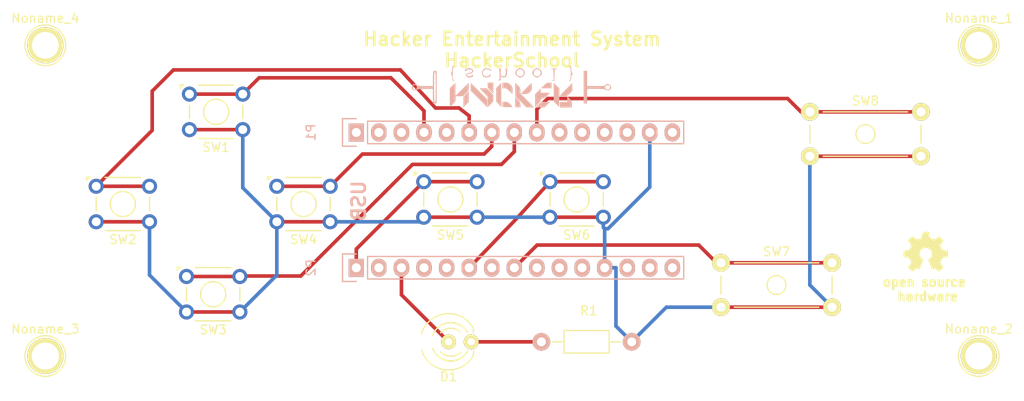
<source format=kicad_pcb>
(kicad_pcb (version 20171130) (host pcbnew "(5.1.12)-1")

  (general
    (thickness 1.6)
    (drawings 7)
    (tracks 78)
    (zones 0)
    (modules 18)
    (nets 31)
  )

  (page A4)
  (layers
    (0 F.Cu signal)
    (31 B.Cu signal)
    (32 B.Adhes user hide)
    (33 F.Adhes user hide)
    (34 B.Paste user hide)
    (35 F.Paste user hide)
    (36 B.SilkS user hide)
    (37 F.SilkS user hide)
    (38 B.Mask user hide)
    (39 F.Mask user hide)
    (40 Dwgs.User user hide)
    (41 Cmts.User user)
    (42 Eco1.User user)
    (43 Eco2.User user)
    (44 Edge.Cuts user)
    (45 Margin user)
    (46 B.CrtYd user)
    (47 F.CrtYd user)
    (48 B.Fab user)
    (49 F.Fab user)
  )

  (setup
    (last_trace_width 0.4064)
    (trace_clearance 0.2)
    (zone_clearance 0.508)
    (zone_45_only no)
    (trace_min 0.2)
    (via_size 0.6)
    (via_drill 0.4)
    (via_min_size 0.4)
    (via_min_drill 0.3)
    (uvia_size 0.3)
    (uvia_drill 0.1)
    (uvias_allowed no)
    (uvia_min_size 0)
    (uvia_min_drill 0)
    (edge_width 0.15)
    (segment_width 0.2)
    (pcb_text_width 0.3)
    (pcb_text_size 1.5 1.5)
    (mod_edge_width 0.15)
    (mod_text_size 1 1)
    (mod_text_width 0.15)
    (pad_size 1.7 1.7)
    (pad_drill 1)
    (pad_to_mask_clearance 0.2)
    (aux_axis_origin 15 15)
    (visible_elements 7FFFFFFF)
    (pcbplotparams
      (layerselection 0x020fc_80000001)
      (usegerberextensions true)
      (usegerberattributes true)
      (usegerberadvancedattributes true)
      (creategerberjobfile true)
      (excludeedgelayer true)
      (linewidth 0.100000)
      (plotframeref false)
      (viasonmask false)
      (mode 1)
      (useauxorigin false)
      (hpglpennumber 1)
      (hpglpenspeed 20)
      (hpglpendiameter 15.000000)
      (psnegative false)
      (psa4output false)
      (plotreference true)
      (plotvalue true)
      (plotinvisibletext false)
      (padsonsilk false)
      (subtractmaskfromsilk false)
      (outputformat 1)
      (mirror false)
      (drillshape 0)
      (scaleselection 1)
      (outputdirectory "../production/"))
  )

  (net 0 "")
  (net 1 "Net-(D1-Pad1)")
  (net 2 /LED)
  (net 3 "Net-(P1-Pad1)")
  (net 4 "Net-(P1-Pad2)")
  (net 5 "Net-(P1-Pad3)")
  (net 6 /L)
  (net 7 "Net-(P1-Pad5)")
  (net 8 /U)
  (net 9 /R)
  (net 10 /D)
  (net 11 "Net-(P1-Pad10)")
  (net 12 "Net-(P1-Pad11)")
  (net 13 "Net-(P1-Pad12)")
  (net 14 "Net-(P1-Pad13)")
  (net 15 GND)
  (net 16 "Net-(P1-Pad15)")
  (net 17 /ST)
  (net 18 "Net-(P2-Pad2)")
  (net 19 "Net-(P2-Pad4)")
  (net 20 "Net-(P2-Pad5)")
  (net 21 /SL)
  (net 22 /A)
  (net 23 /B)
  (net 24 "Net-(P2-Pad9)")
  (net 25 "Net-(P2-Pad10)")
  (net 26 "Net-(P2-Pad11)")
  (net 27 "Net-(P2-Pad13)")
  (net 28 "Net-(P2-Pad14)")
  (net 29 "Net-(P2-Pad15)")
  (net 30 "Net-(P2-Pad7)")

  (net_class Default "This is the default net class."
    (clearance 0.2)
    (trace_width 0.4064)
    (via_dia 0.6)
    (via_drill 0.4)
    (uvia_dia 0.3)
    (uvia_drill 0.1)
    (add_net /A)
    (add_net /B)
    (add_net /D)
    (add_net /L)
    (add_net /LED)
    (add_net /R)
    (add_net /SL)
    (add_net /ST)
    (add_net /U)
    (add_net GND)
    (add_net "Net-(D1-Pad1)")
    (add_net "Net-(P1-Pad1)")
    (add_net "Net-(P1-Pad10)")
    (add_net "Net-(P1-Pad11)")
    (add_net "Net-(P1-Pad12)")
    (add_net "Net-(P1-Pad13)")
    (add_net "Net-(P1-Pad15)")
    (add_net "Net-(P1-Pad2)")
    (add_net "Net-(P1-Pad3)")
    (add_net "Net-(P1-Pad5)")
    (add_net "Net-(P2-Pad10)")
    (add_net "Net-(P2-Pad11)")
    (add_net "Net-(P2-Pad13)")
    (add_net "Net-(P2-Pad14)")
    (add_net "Net-(P2-Pad15)")
    (add_net "Net-(P2-Pad2)")
    (add_net "Net-(P2-Pad4)")
    (add_net "Net-(P2-Pad5)")
    (add_net "Net-(P2-Pad7)")
    (add_net "Net-(P2-Pad9)")
  )

  (module LOGO (layer B.Cu) (tedit 0) (tstamp 57DAB040)
    (at 92.4306 44.6532)
    (fp_text reference G***_2 (at 0 0) (layer B.SilkS) hide
      (effects (font (size 1.524 1.524) (thickness 0.3)) (justify mirror))
    )
    (fp_text value LOGO (at 0.75 0) (layer B.SilkS) hide
      (effects (font (size 1.524 1.524) (thickness 0.3)) (justify mirror))
    )
    (fp_poly (pts (xy 4.038188 2.032) (xy 4.373897 1.7145) (xy 3.392475 1.7145) (xy 3.07975 2.032)
      (xy 2.767024 2.3495) (xy 3.234751 2.3495) (xy 3.702478 2.349501) (xy 4.038188 2.032)) (layer B.SilkS) (width 0.01))
    (fp_poly (pts (xy -0.005619 2.304507) (xy 0.109596 2.295173) (xy 0.12702 2.288404) (xy 0.086108 2.231174)
      (xy -0.020106 2.112317) (xy -0.140222 1.986779) (xy -0.303798 1.831214) (xy -0.433948 1.749486)
      (xy -0.579247 1.718454) (xy -0.711722 1.7145) (xy -1.016 1.7145) (xy -1.016 1.9685)
      (xy -1.019636 2.138259) (xy -1.028683 2.246793) (xy -1.031875 2.259411) (xy -0.980258 2.27649)
      (xy -0.828595 2.291862) (xy -0.60384 2.303282) (xy -0.460355 2.307036) (xy -0.204914 2.308757)
      (xy -0.005619 2.304507)) (layer B.SilkS) (width 0.01))
    (fp_poly (pts (xy 1.01559 2.083105) (xy 0.99995 1.904807) (xy 0.939388 1.751139) (xy 0.812505 1.574592)
      (xy 0.756649 1.508125) (xy 0.615516 1.350822) (xy 0.505557 1.24169) (xy 0.455434 1.206478)
      (xy 0.437476 1.265143) (xy 0.425691 1.422016) (xy 0.421759 1.648389) (xy 0.42294 1.762103)
      (xy 0.43313 2.31775) (xy 0.724565 2.337105) (xy 1.016 2.356459) (xy 1.01559 2.083105)) (layer B.SilkS) (width 0.01))
    (fp_poly (pts (xy 6.7945 1.981388) (xy 6.787604 1.764175) (xy 6.752003 1.619536) (xy 6.665325 1.493199)
      (xy 6.5405 1.36525) (xy 6.2865 1.117226) (xy 6.2865 1.7145) (xy 5.461 1.7145)
      (xy 5.461 2.3495) (xy 6.7945 2.3495) (xy 6.7945 1.981388)) (layer B.SilkS) (width 0.01))
    (fp_poly (pts (xy -4.816981 1.73556) (xy -4.805616 1.153491) (xy -4.803859 0.899611) (xy -4.80859 0.702281)
      (xy -4.818827 0.589433) (xy -4.826 0.573411) (xy -4.881835 0.617795) (xy -4.995985 0.731568)
      (xy -5.127625 0.872558) (xy -5.3975 1.169717) (xy -5.3975 2.316079) (xy -4.816981 1.73556)) (layer B.SilkS) (width 0.01))
    (fp_poly (pts (xy 2.9845 2.00025) (xy 3.177184 1.79096) (xy 3.277833 1.627854) (xy 3.302 1.510513)
      (xy 3.318823 1.385832) (xy 3.395738 1.339107) (xy 3.497221 1.333501) (xy 3.638748 1.306599)
      (xy 3.796121 1.21434) (xy 3.998058 1.039394) (xy 4.021096 1.01737) (xy 4.34975 0.70124)
      (xy 3.309666 0.6985) (xy 3.289958 0.473071) (xy 3.27025 0.247641) (xy 2.667 0.861613)
      (xy 2.667 2.312976) (xy 2.9845 2.00025)) (layer B.SilkS) (width 0.01))
    (fp_poly (pts (xy -2.3495 2.00025) (xy -2.183114 1.831271) (xy -2.088195 1.70627) (xy -2.044694 1.58117)
      (xy -2.032566 1.41189) (xy -2.032 1.30215) (xy -2.035075 1.109191) (xy -2.056488 0.973709)
      (xy -2.114528 0.858404) (xy -2.227481 0.725975) (xy -2.398967 0.553638) (xy -2.765933 0.1905)
      (xy -3.160967 0.1905) (xy -3.366088 0.192851) (xy -3.508904 0.198979) (xy -3.556 0.20656)
      (xy -3.514929 0.256016) (xy -3.404145 0.376619) (xy -3.242297 0.548296) (xy -3.1115 0.685097)
      (xy -2.667 1.147574) (xy -2.667 2.312976) (xy -2.3495 2.00025)) (layer B.SilkS) (width 0.01))
    (fp_poly (pts (xy 6.076119 1.075401) (xy 6.22102 1.049534) (xy 6.341478 0.981548) (xy 6.484005 0.851092)
      (xy 6.561902 0.772506) (xy 6.864281 0.465511) (xy 6.845265 0.040743) (xy 6.82625 -0.384025)
      (xy 6.143625 0.30115) (xy 5.906919 0.541644) (xy 5.705835 0.751488) (xy 5.555921 0.91401)
      (xy 5.472729 1.012543) (xy 5.461 1.032912) (xy 5.51883 1.056988) (xy 5.669732 1.073816)
      (xy 5.860262 1.0795) (xy 6.076119 1.075401)) (layer B.SilkS) (width 0.01))
    (fp_poly (pts (xy 5.358644 2.225808) (xy 5.365318 2.059883) (xy 5.372739 1.809157) (xy 5.380259 1.494722)
      (xy 5.385122 1.253966) (xy 5.404494 0.22225) (xy 5.083497 -0.092862) (xy 4.7625 -0.407975)
      (xy 4.763971 0.637388) (xy 4.765443 1.68275) (xy 5.053214 1.984375) (xy 5.201168 2.137618)
      (xy 5.309291 2.246144) (xy 5.353367 2.285841) (xy 5.358644 2.225808)) (layer B.SilkS) (width 0.01))
    (fp_poly (pts (xy 1.698609 0.820163) (xy 1.84789 0.793902) (xy 1.960645 0.731347) (xy 2.08205 0.617126)
      (xy 2.083043 0.616102) (xy 2.197296 0.485167) (xy 2.258296 0.361946) (xy 2.282364 0.197925)
      (xy 2.286 0.012852) (xy 2.279043 -0.190234) (xy 2.260904 -0.329381) (xy 2.238375 -0.372546)
      (xy 2.178988 -0.325853) (xy 2.050593 -0.204223) (xy 1.871152 -0.025264) (xy 1.658629 0.193417)
      (xy 1.622957 0.230704) (xy 1.055164 0.8255) (xy 1.467625 0.8255) (xy 1.698609 0.820163)) (layer B.SilkS) (width 0.01))
    (fp_poly (pts (xy 2.284408 2.342432) (xy 2.428234 2.323993) (xy 2.4765 2.30084) (xy 2.433718 2.241807)
      (xy 2.315443 2.109843) (xy 2.136779 1.921017) (xy 1.912832 1.691396) (xy 1.74625 1.524001)
      (xy 1.016 0.795822) (xy 1.016 0.47969) (xy 1.006573 0.289398) (xy 0.963089 0.150247)
      (xy 0.862739 0.012014) (xy 0.748778 -0.108721) (xy 0.601749 -0.253177) (xy 0.49116 -0.351953)
      (xy 0.447153 -0.381124) (xy 0.435257 -0.321845) (xy 0.428402 -0.160416) (xy 0.4271 0.078392)
      (xy 0.431741 0.365001) (xy 0.450732 1.11125) (xy 1.065549 1.730376) (xy 1.680367 2.349501)
      (xy 2.078433 2.349501) (xy 2.284408 2.342432)) (layer B.SilkS) (width 0.01))
    (fp_poly (pts (xy -1.143 0.958644) (xy -1.143836 0.561652) (xy -1.146172 0.211391) (xy -1.149753 -0.07363)
      (xy -1.154322 -0.274903) (xy -1.159624 -0.373917) (xy -1.161529 -0.381) (xy -1.212051 -0.339508)
      (xy -1.324548 -0.231725) (xy -1.447279 -0.108721) (xy -1.7145 0.163558) (xy -1.709458 1.68275)
      (xy -1.426229 1.990519) (xy -1.143 2.298287) (xy -1.143 0.958644)) (layer B.SilkS) (width 0.01))
    (fp_poly (pts (xy -2.7305 1.427108) (xy -3.65125 0.508) (xy -4.572 -0.411107) (xy -4.572 0.477893)
      (xy -3.65125 1.397) (xy -2.7305 2.316108) (xy -2.7305 1.427108)) (layer B.SilkS) (width 0.01))
    (fp_poly (pts (xy -6.604 2.00025) (xy -6.434933 1.826328) (xy -6.339536 1.696902) (xy -6.297018 1.571584)
      (xy -6.286585 1.409982) (xy -6.2865 1.383513) (xy -6.2865 1.0795) (xy -5.424476 1.0795)
      (xy -5.118716 0.769072) (xy -4.956791 0.598967) (xy -4.864534 0.470238) (xy -4.821282 0.334992)
      (xy -4.806368 0.145339) (xy -4.803603 0.038788) (xy -4.803408 -0.173386) (xy -4.811918 -0.324331)
      (xy -4.827083 -0.381034) (xy -4.880861 -0.338382) (xy -5.007753 -0.220715) (xy -5.191688 -0.043431)
      (xy -5.416592 0.178071) (xy -5.55625 0.3175) (xy -5.79725 0.557247) (xy -6.006396 0.761518)
      (xy -6.167615 0.914912) (xy -6.264834 1.002031) (xy -6.285418 1.01613) (xy -6.296925 0.956999)
      (xy -6.303029 0.796559) (xy -6.303251 0.560405) (xy -6.298414 0.31763) (xy -6.295041 0.037039)
      (xy -6.301058 -0.189768) (xy -6.315205 -0.337201) (xy -6.332818 -0.381) (xy -6.402979 -0.338931)
      (xy -6.529772 -0.229784) (xy -6.654279 -0.108721) (xy -6.9215 0.163558) (xy -6.9215 2.312976)
      (xy -6.604 2.00025)) (layer B.SilkS) (width 0.01))
    (fp_poly (pts (xy 4.5085 -0.4445) (xy 4.236237 -0.4445) (xy 4.079656 -0.43434) (xy 3.953622 -0.389876)
      (xy 3.81948 -0.290126) (xy 3.65125 -0.127) (xy 3.338524 0.1905) (xy 4.5085 0.1905)
      (xy 4.5085 -0.4445)) (layer B.SilkS) (width 0.01))
    (fp_poly (pts (xy 0.112878 0.767654) (xy 0.123427 0.616696) (xy 0.127 0.425638) (xy 0.121647 0.199872)
      (xy 0.093307 0.052439) (xy 0.023554 -0.065246) (xy -0.106034 -0.201768) (xy -0.113803 -0.209362)
      (xy -0.274435 -0.351516) (xy -0.414365 -0.421181) (xy -0.594306 -0.443339) (xy -0.685303 -0.4445)
      (xy -1.016 -0.4445) (xy -1.016 0.1905) (xy -0.77069 0.1905) (xy -0.624213 0.20322)
      (xy -0.500489 0.255847) (xy -0.362452 0.370081) (xy -0.228395 0.508) (xy -0.075944 0.666771)
      (xy 0.040897 0.780626) (xy 0.097374 0.825472) (xy 0.097794 0.8255) (xy 0.112878 0.767654)) (layer B.SilkS) (width 0.01))
    (fp_poly (pts (xy -2.032 -0.4445) (xy -2.667 -0.4445) (xy -2.667 -0.140487) (xy -2.659275 0.029007)
      (xy -2.622238 0.156831) (xy -2.535097 0.283375) (xy -2.377058 0.449027) (xy -2.3495 0.47625)
      (xy -2.032 0.788976) (xy -2.032 -0.4445)) (layer B.SilkS) (width 0.01))
    (fp_poly (pts (xy 8.509 0.254) (xy 9.456353 0.254) (xy 9.847406 0.256667) (xy 10.133349 0.266019)
      (xy 10.335989 0.284085) (xy 10.477133 0.312895) (xy 10.578585 0.354479) (xy 10.587047 0.359223)
      (xy 10.805855 0.429066) (xy 11.008475 0.396877) (xy 11.16011 0.270778) (xy 11.189188 0.218664)
      (xy 11.226413 0.086308) (xy 11.186065 -0.035564) (xy 11.133123 -0.112959) (xy 10.96588 -0.261803)
      (xy 10.782944 -0.301903) (xy 10.612375 -0.229207) (xy 10.57547 -0.193505) (xy 10.521566 -0.143669)
      (xy 10.450744 -0.108449) (xy 10.341926 -0.085335) (xy 10.174031 -0.071819) (xy 9.925979 -0.065391)
      (xy 9.576691 -0.063541) (xy 9.483408 -0.0635) (xy 8.509 -0.0635) (xy 8.509 -1.778)
      (xy 8.128 -1.778) (xy 8.128 0.099887) (xy 10.558503 0.099887) (xy 10.579612 -0.055718)
      (xy 10.605184 -0.096074) (xy 10.743729 -0.176888) (xy 10.915306 -0.178107) (xy 11.0363 -0.1143)
      (xy 11.112107 0.031992) (xy 11.09003 0.18313) (xy 10.99294 0.304639) (xy 10.843709 0.36204)
      (xy 10.729249 0.348536) (xy 10.613877 0.254331) (xy 10.558503 0.099887) (xy 8.128 0.099887)
      (xy 8.128 1.905) (xy 8.509 1.905) (xy 8.509 0.254)) (layer B.SilkS) (width 0.01))
    (fp_poly (pts (xy -8.620125 1.893149) (xy -8.41375 1.87325) (xy -8.41375 -1.74625) (xy -8.574877 -1.76504)
      (xy -8.713584 -1.763346) (xy -8.781252 -1.738581) (xy -8.798283 -1.661291) (xy -8.812385 -1.482528)
      (xy -8.822217 -1.227808) (xy -8.826434 -0.922649) (xy -8.8265 -0.878416) (xy -8.8265 -0.0635)
      (xy -9.663783 -0.0635) (xy -10.008199 -0.06502) (xy -10.249682 -0.071845) (xy -10.412287 -0.087364)
      (xy -10.520065 -0.114972) (xy -10.597072 -0.158059) (xy -10.648954 -0.202434) (xy -10.822541 -0.294797)
      (xy -10.997678 -0.275098) (xy -11.140278 -0.153168) (xy -11.192657 -0.04559) (xy -11.205079 0.110446)
      (xy -11.103516 0.110446) (xy -11.076278 -0.083889) (xy -11.073957 -0.090056) (xy -10.985411 -0.170523)
      (xy -10.844196 -0.184635) (xy -10.706433 -0.131557) (xy -10.668685 -0.096074) (xy -10.621451 0.042289)
      (xy -10.624898 0.0635) (xy -8.6995 0.0635) (xy -8.698718 -0.453919) (xy -8.695873 -0.857795)
      (xy -8.690219 -1.161579) (xy -8.681007 -1.378721) (xy -8.667491 -1.52267) (xy -8.648923 -1.606878)
      (xy -8.624557 -1.644795) (xy -8.60425 -1.651) (xy -8.575505 -1.636919) (xy -8.553067 -1.585712)
      (xy -8.536191 -1.483928) (xy -8.524127 -1.318116) (xy -8.51613 -1.074826) (xy -8.511452 -0.740608)
      (xy -8.509345 -0.302012) (xy -8.509 0.0635) (xy -8.509783 0.58092) (xy -8.512628 0.984796)
      (xy -8.518282 1.28858) (xy -8.527494 1.505722) (xy -8.54101 1.649671) (xy -8.559578 1.733879)
      (xy -8.583944 1.771796) (xy -8.60425 1.778) (xy -8.632996 1.76392) (xy -8.655434 1.712713)
      (xy -8.67231 1.610929) (xy -8.684374 1.445117) (xy -8.692371 1.201827) (xy -8.697049 0.867609)
      (xy -8.699156 0.429013) (xy -8.6995 0.0635) (xy -10.624898 0.0635) (xy -10.647522 0.202706)
      (xy -10.732947 0.323206) (xy -10.767302 0.342019) (xy -10.928826 0.351864) (xy -11.047631 0.265185)
      (xy -11.103516 0.110446) (xy -11.205079 0.110446) (xy -11.209115 0.161138) (xy -11.130025 0.323106)
      (xy -10.98453 0.419666) (xy -10.801771 0.430171) (xy -10.632512 0.35127) (xy -10.543777 0.310011)
      (xy -10.392856 0.281793) (xy -10.160672 0.264733) (xy -9.828148 0.256948) (xy -9.667875 0.25602)
      (xy -8.8265 0.254) (xy -8.8265 1.913047) (xy -8.620125 1.893149)) (layer B.SilkS) (width 0.01))
    (fp_poly (pts (xy 4.839653 -1.285875) (xy 4.85775 -1.93675) (xy 5.08 -1.976015) (xy 5.143155 -1.995302)
      (xy 5.082461 -2.008334) (xy 4.900932 -2.014696) (xy 4.79425 -2.015281) (xy 4.564858 -2.011725)
      (xy 4.455083 -2.001332) (xy 4.467943 -1.984517) (xy 4.5085 -1.976015) (xy 4.73075 -1.93675)
      (xy 4.74887 -1.322059) (xy 4.766991 -0.707369) (xy 4.59012 -0.680698) (xy 4.479138 -0.662128)
      (xy 4.484672 -0.652417) (xy 4.611843 -0.644773) (xy 4.617403 -0.644514) (xy 4.821557 -0.635)
      (xy 4.839653 -1.285875)) (layer B.SilkS) (width 0.01))
    (fp_poly (pts (xy -1.294849 -0.690205) (xy -1.221755 -0.819485) (xy -1.213594 -0.987626) (xy -1.232122 -1.054678)
      (xy -1.23953 -1.125512) (xy -1.159943 -1.1103) (xy -1.159596 -1.110154) (xy -0.893953 -1.032272)
      (xy -0.701218 -1.05602) (xy -0.57677 -1.184818) (xy -0.515985 -1.422082) (xy -0.508 -1.59205)
      (xy -0.493946 -1.83184) (xy -0.453695 -1.967232) (xy -0.428625 -1.989945) (xy -0.429786 -2.011209)
      (xy -0.531883 -2.023938) (xy -0.5715 -2.025055) (xy -0.706641 -2.018308) (xy -0.723657 -1.990457)
      (xy -0.697332 -1.971643) (xy -0.642545 -1.907748) (xy -0.622318 -1.782079) (xy -0.632142 -1.564345)
      (xy -0.633832 -1.544949) (xy -0.65662 -1.336805) (xy -0.689268 -1.223467) (xy -0.749209 -1.172967)
      (xy -0.846991 -1.154115) (xy -1.051559 -1.175132) (xy -1.17912 -1.295273) (xy -1.231279 -1.5165)
      (xy -1.231761 -1.625071) (xy -1.206686 -1.820359) (xy -1.156806 -1.951718) (xy -1.133872 -1.975485)
      (xy -1.119206 -2.012605) (xy -1.228496 -2.026222) (xy -1.27 -2.026014) (xy -1.393954 -2.015918)
      (xy -1.423696 -1.995918) (xy -1.412875 -1.989945) (xy -1.371928 -1.924382) (xy -1.346287 -1.759751)
      (xy -1.334586 -1.484754) (xy -1.3335 -1.332864) (xy -1.336233 -1.041796) (xy -1.34711 -0.854008)
      (xy -1.370149 -0.745849) (xy -1.409369 -0.693666) (xy -1.444625 -0.678772) (xy -1.501963 -0.655809)
      (xy -1.438145 -0.643786) (xy -1.414085 -0.642366) (xy -1.294849 -0.690205)) (layer B.SilkS) (width 0.01))
    (fp_poly (pts (xy 3.040517 -1.06088) (xy 3.20739 -1.172021) (xy 3.349148 -1.314173) (xy 3.425069 -1.452085)
      (xy 3.429 -1.483231) (xy 3.371104 -1.727051) (xy 3.217738 -1.92899) (xy 3.117381 -1.997208)
      (xy 2.96261 -2.069625) (xy 2.853635 -2.084435) (xy 2.725942 -2.046966) (xy 2.689669 -2.032534)
      (xy 2.513123 -1.903978) (xy 2.387429 -1.708563) (xy 2.351262 -1.544716) (xy 2.4765 -1.544716)
      (xy 2.527763 -1.75877) (xy 2.659839 -1.904801) (xy 2.840158 -1.968969) (xy 3.036151 -1.937436)
      (xy 3.175 -1.8415) (xy 3.285375 -1.658247) (xy 3.293696 -1.463006) (xy 3.213389 -1.289917)
      (xy 3.057881 -1.173119) (xy 2.900283 -1.143) (xy 2.677475 -1.194883) (xy 2.529137 -1.337102)
      (xy 2.4765 -1.544716) (xy 2.351262 -1.544716) (xy 2.3495 -1.536736) (xy 2.402863 -1.371375)
      (xy 2.536141 -1.20362) (xy 2.709115 -1.072273) (xy 2.881566 -1.016136) (xy 2.88925 -1.016)
      (xy 3.040517 -1.06088)) (layer B.SilkS) (width 0.01))
    (fp_poly (pts (xy 1.132198 -1.054959) (xy 1.28605 -1.141995) (xy 1.446155 -1.33535) (xy 1.498173 -1.555783)
      (xy 1.444855 -1.771354) (xy 1.288951 -1.950128) (xy 1.212381 -1.997208) (xy 1.05761 -2.069625)
      (xy 0.948635 -2.084435) (xy 0.820942 -2.046966) (xy 0.784669 -2.032534) (xy 0.608123 -1.903978)
      (xy 0.482429 -1.708563) (xy 0.446262 -1.544716) (xy 0.5715 -1.544716) (xy 0.622763 -1.75877)
      (xy 0.754839 -1.904801) (xy 0.935158 -1.968969) (xy 1.131151 -1.937436) (xy 1.27 -1.8415)
      (xy 1.380375 -1.658247) (xy 1.388696 -1.463006) (xy 1.308389 -1.289917) (xy 1.152881 -1.173119)
      (xy 0.995283 -1.143) (xy 0.772475 -1.194883) (xy 0.624137 -1.337102) (xy 0.5715 -1.544716)
      (xy 0.446262 -1.544716) (xy 0.4445 -1.536736) (xy 0.496871 -1.376154) (xy 0.627016 -1.209217)
      (xy 0.794482 -1.075951) (xy 0.958813 -1.016383) (xy 0.970801 -1.016) (xy 1.132198 -1.054959)) (layer B.SilkS) (width 0.01))
    (fp_poly (pts (xy -2.731228 -1.042486) (xy -2.558626 -1.070352) (xy -2.436009 -1.089017) (xy -2.428875 -1.089998)
      (xy -2.370819 -1.152949) (xy -2.352831 -1.264708) (xy -2.356162 -1.42875) (xy -2.455826 -1.285875)
      (xy -2.603467 -1.172691) (xy -2.801404 -1.135493) (xy -2.998438 -1.174412) (xy -3.13965 -1.284129)
      (xy -3.223433 -1.489657) (xy -3.203517 -1.682824) (xy -3.102883 -1.842243) (xy -2.944511 -1.946526)
      (xy -2.75138 -1.974283) (xy -2.546471 -1.904127) (xy -2.504512 -1.875269) (xy -2.36413 -1.790594)
      (xy -2.29275 -1.79719) (xy -2.286 -1.826225) (xy -2.342581 -1.915253) (xy -2.48468 -1.990973)
      (xy -2.670834 -2.042214) (xy -2.859579 -2.057803) (xy -3.009451 -2.026567) (xy -3.01625 -2.022989)
      (xy -3.203831 -1.870801) (xy -3.290731 -1.663228) (xy -3.302 -1.516472) (xy -3.248231 -1.277915)
      (xy -3.101713 -1.111812) (xy -2.884631 -1.036586) (xy -2.731228 -1.042486)) (layer B.SilkS) (width 0.01))
    (fp_poly (pts (xy -4.611442 -1.043277) (xy -4.609752 -1.04353) (xy -4.424197 -1.082868) (xy -4.336758 -1.138643)
      (xy -4.318 -1.21039) (xy -4.349781 -1.317316) (xy -4.417709 -1.315877) (xy -4.467964 -1.23825)
      (xy -4.553166 -1.170374) (xy -4.705381 -1.144273) (xy -4.871539 -1.160378) (xy -4.998571 -1.219122)
      (xy -5.012825 -1.233821) (xy -5.048628 -1.316514) (xy -4.975582 -1.384716) (xy -4.961275 -1.392571)
      (xy -4.795542 -1.446663) (xy -4.671425 -1.4605) (xy -4.504319 -1.504785) (xy -4.380045 -1.588955)
      (xy -4.294217 -1.705177) (xy -4.305054 -1.814688) (xy -4.320406 -1.845994) (xy -4.432179 -1.967721)
      (xy -4.548245 -2.035039) (xy -4.688534 -2.081662) (xy -4.792023 -2.080974) (xy -4.933593 -2.031612)
      (xy -4.94299 -2.027851) (xy -5.077438 -1.994999) (xy -5.149365 -2.003874) (xy -5.191585 -1.9778)
      (xy -5.207 -1.876997) (xy -5.185721 -1.75588) (xy -5.1435 -1.7145) (xy -5.086966 -1.765846)
      (xy -5.08 -1.80854) (xy -5.026668 -1.901483) (xy -4.894208 -1.952938) (xy -4.723925 -1.961724)
      (xy -4.557127 -1.926659) (xy -4.435118 -1.846563) (xy -4.421163 -1.827372) (xy -4.388543 -1.711305)
      (xy -4.46272 -1.624214) (xy -4.651876 -1.559119) (xy -4.760541 -1.537851) (xy -4.992849 -1.469875)
      (xy -5.112232 -1.368703) (xy -5.113815 -1.241412) (xy -5.037495 -1.135772) (xy -4.93058 -1.052279)
      (xy -4.805953 -1.025198) (xy -4.611442 -1.043277)) (layer B.SilkS) (width 0.01))
    (fp_poly (pts (xy 6.57225 -0.64574) (xy 6.651654 -0.682858) (xy 6.695273 -0.78021) (xy 6.716994 -0.970129)
      (xy 6.717883 -0.984821) (xy 6.757968 -1.237502) (xy 6.84013 -1.38099) (xy 6.844883 -1.384792)
      (xy 6.918849 -1.454612) (xy 6.886865 -1.504097) (xy 6.842125 -1.530822) (xy 6.766763 -1.617961)
      (xy 6.734131 -1.785945) (xy 6.731 -1.895455) (xy 6.715821 -2.090761) (xy 6.677428 -2.237008)
      (xy 6.6548 -2.2733) (xy 6.555141 -2.340849) (xy 6.486238 -2.336919) (xy 6.477 -2.308875)
      (xy 6.521722 -2.242291) (xy 6.576391 -2.195574) (xy 6.623167 -2.135397) (xy 6.653245 -2.021831)
      (xy 6.669696 -1.83215) (xy 6.675595 -1.543628) (xy 6.675782 -1.460499) (xy 6.67279 -1.154311)
      (xy 6.661226 -0.949805) (xy 6.637212 -0.821751) (xy 6.596868 -0.744919) (xy 6.560516 -0.710846)
      (xy 6.482785 -0.646466) (xy 6.511579 -0.636136) (xy 6.57225 -0.64574)) (layer B.SilkS) (width 0.01))
    (fp_poly (pts (xy -6.442277 -0.66833) (xy -6.497017 -0.710846) (xy -6.549904 -0.768077) (xy -6.583967 -0.860315)
      (xy -6.603087 -1.012789) (xy -6.611143 -1.25073) (xy -6.612283 -1.460499) (xy -6.608386 -1.775093)
      (xy -6.594646 -1.985593) (xy -6.56799 -2.114727) (xy -6.525344 -2.185221) (xy -6.512892 -2.195574)
      (xy -6.429997 -2.274467) (xy -6.4135 -2.308875) (xy -6.45364 -2.348453) (xy -6.544692 -2.312518)
      (xy -6.5913 -2.2733) (xy -6.639191 -2.16536) (xy -6.66566 -1.989031) (xy -6.6675 -1.928585)
      (xy -6.695031 -1.707054) (xy -6.76867 -1.558931) (xy -6.770497 -1.557075) (xy -6.839121 -1.470733)
      (xy -6.810853 -1.408408) (xy -6.773255 -1.377914) (xy -6.701035 -1.256536) (xy -6.658692 -1.040712)
      (xy -6.654384 -0.984821) (xy -6.633516 -0.788473) (xy -6.591564 -0.686587) (xy -6.51464 -0.646832)
      (xy -6.50875 -0.64574) (xy -6.421261 -0.635506) (xy -6.442277 -0.66833)) (layer B.SilkS) (width 0.01))
  )

  (module LOGO (layer F.Cu) (tedit 0) (tstamp 57DB0CA3)
    (at 139.0396 63.246)
    (fp_text reference G*** (at 0 2.65176) (layer F.SilkS) hide
      (effects (font (size 0.22606 0.22606) (thickness 0.04318)))
    )
    (fp_text value LOGO (at 0 -2.65176) (layer F.SilkS) hide
      (effects (font (size 0.22606 0.22606) (thickness 0.04318)))
    )
    (fp_poly (pts (xy -1.51384 2.24536) (xy -1.48844 2.23012) (xy -1.43002 2.19456) (xy -1.3462 2.13868)
      (xy -1.24714 2.07264) (xy -1.14808 2.0066) (xy -1.0668 1.95326) (xy -1.01092 1.91516)
      (xy -0.98552 1.90246) (xy -0.97282 1.90754) (xy -0.9271 1.9304) (xy -0.85852 1.96596)
      (xy -0.81788 1.98628) (xy -0.75692 2.01168) (xy -0.7239 2.0193) (xy -0.71882 2.00914)
      (xy -0.69596 1.96088) (xy -0.6604 1.8796) (xy -0.61468 1.77038) (xy -0.5588 1.64338)
      (xy -0.50292 1.50876) (xy -0.4445 1.36906) (xy -0.38862 1.23444) (xy -0.34036 1.11506)
      (xy -0.29972 1.01854) (xy -0.27432 0.94996) (xy -0.26416 0.92202) (xy -0.2667 0.9144)
      (xy -0.29972 0.88392) (xy -0.35306 0.84328) (xy -0.47244 0.74676) (xy -0.58928 0.60198)
      (xy -0.6604 0.43688) (xy -0.68326 0.25146) (xy -0.66294 0.08128) (xy -0.5969 -0.08128)
      (xy -0.4826 -0.2286) (xy -0.3429 -0.33782) (xy -0.18034 -0.4064) (xy 0 -0.42926)
      (xy 0.17272 -0.40894) (xy 0.34036 -0.3429) (xy 0.48768 -0.23114) (xy 0.55118 -0.16002)
      (xy 0.63754 -0.01016) (xy 0.6858 0.14732) (xy 0.69088 0.18796) (xy 0.68326 0.36322)
      (xy 0.63246 0.5334) (xy 0.53848 0.68326) (xy 0.40894 0.80772) (xy 0.3937 0.81788)
      (xy 0.33528 0.8636) (xy 0.29464 0.89408) (xy 0.26416 0.91948) (xy 0.48768 1.45796)
      (xy 0.52324 1.54178) (xy 0.5842 1.6891) (xy 0.63754 1.8161) (xy 0.68072 1.9177)
      (xy 0.7112 1.98374) (xy 0.7239 2.01168) (xy 0.7239 2.01422) (xy 0.74422 2.01676)
      (xy 0.78486 2.00152) (xy 0.86106 1.96596) (xy 0.90932 1.94056) (xy 0.96774 1.91262)
      (xy 0.99314 1.90246) (xy 1.016 1.91516) (xy 1.06934 1.95072) (xy 1.15062 2.00406)
      (xy 1.24714 2.06756) (xy 1.33858 2.13106) (xy 1.4224 2.18694) (xy 1.48336 2.22504)
      (xy 1.51384 2.24282) (xy 1.51892 2.24282) (xy 1.54432 2.22758) (xy 1.59258 2.18694)
      (xy 1.66624 2.11836) (xy 1.77038 2.01422) (xy 1.78562 1.99898) (xy 1.87198 1.91262)
      (xy 1.94056 1.83896) (xy 1.98628 1.78816) (xy 2.00406 1.7653) (xy 1.98882 1.73482)
      (xy 1.95072 1.67386) (xy 1.89484 1.5875) (xy 1.82626 1.48844) (xy 1.64846 1.22936)
      (xy 1.74498 0.98552) (xy 1.77546 0.90932) (xy 1.81356 0.82042) (xy 1.8415 0.75438)
      (xy 1.85674 0.72644) (xy 1.88214 0.71628) (xy 1.95072 0.70104) (xy 2.04724 0.68072)
      (xy 2.16154 0.6604) (xy 2.2733 0.64008) (xy 2.37236 0.61976) (xy 2.44348 0.60706)
      (xy 2.4765 0.59944) (xy 2.48412 0.59436) (xy 2.49174 0.57912) (xy 2.49428 0.5461)
      (xy 2.49682 0.48514) (xy 2.49936 0.39116) (xy 2.49936 0.25146) (xy 2.49936 0.23622)
      (xy 2.49682 0.10668) (xy 2.49428 0) (xy 2.49174 -0.06604) (xy 2.48666 -0.09398)
      (xy 2.45618 -0.1016) (xy 2.38506 -0.11684) (xy 2.286 -0.13462) (xy 2.16662 -0.15748)
      (xy 2.159 -0.16002) (xy 2.04216 -0.18288) (xy 1.9431 -0.2032) (xy 1.87198 -0.21844)
      (xy 1.84404 -0.2286) (xy 1.83642 -0.23622) (xy 1.81356 -0.28194) (xy 1.78054 -0.3556)
      (xy 1.7399 -0.4445) (xy 1.7018 -0.53848) (xy 1.66878 -0.6223) (xy 1.64592 -0.68326)
      (xy 1.6383 -0.7112) (xy 1.64084 -0.71374) (xy 1.65862 -0.74168) (xy 1.69926 -0.80264)
      (xy 1.75514 -0.88646) (xy 1.82372 -0.98806) (xy 1.8288 -0.99568) (xy 1.89738 -1.09474)
      (xy 1.95326 -1.1811) (xy 1.98882 -1.23952) (xy 2.00406 -1.26746) (xy 2.00406 -1.27)
      (xy 1.9812 -1.30048) (xy 1.9304 -1.35636) (xy 1.85674 -1.43256) (xy 1.77038 -1.52146)
      (xy 1.74244 -1.54686) (xy 1.64338 -1.64338) (xy 1.57734 -1.70434) (xy 1.53416 -1.73736)
      (xy 1.51384 -1.74498) (xy 1.48336 -1.7272) (xy 1.41986 -1.68656) (xy 1.33604 -1.62814)
      (xy 1.23444 -1.55956) (xy 1.22682 -1.55448) (xy 1.12776 -1.4859) (xy 1.04394 -1.43002)
      (xy 0.98552 -1.38938) (xy 0.95758 -1.37414) (xy 0.95504 -1.37414) (xy 0.9144 -1.38684)
      (xy 0.84328 -1.41224) (xy 0.75438 -1.44526) (xy 0.66294 -1.48336) (xy 0.57912 -1.51892)
      (xy 0.51562 -1.54686) (xy 0.48514 -1.56464) (xy 0.47498 -1.6002) (xy 0.4572 -1.6764)
      (xy 0.43688 -1.778) (xy 0.41148 -1.89992) (xy 0.40894 -1.92024) (xy 0.38608 -2.03962)
      (xy 0.3683 -2.13868) (xy 0.35306 -2.20726) (xy 0.34544 -2.2352) (xy 0.3302 -2.23774)
      (xy 0.27178 -2.24282) (xy 0.18288 -2.24536) (xy 0.07366 -2.24536) (xy -0.0381 -2.24536)
      (xy -0.14732 -2.24282) (xy -0.2413 -2.24028) (xy -0.30988 -2.2352) (xy -0.33782 -2.23012)
      (xy -0.33782 -2.22758) (xy -0.34798 -2.18948) (xy -0.36576 -2.11582) (xy -0.38608 -2.01168)
      (xy -0.40894 -1.88976) (xy -0.41402 -1.8669) (xy -0.43688 -1.75006) (xy -0.4572 -1.651)
      (xy -0.4699 -1.58496) (xy -0.47752 -1.55702) (xy -0.49022 -1.55194) (xy -0.53848 -1.53162)
      (xy -0.61722 -1.4986) (xy -0.71628 -1.45796) (xy -0.94488 -1.36652) (xy -1.22682 -1.55702)
      (xy -1.25222 -1.5748) (xy -1.35382 -1.64338) (xy -1.4351 -1.69926) (xy -1.49352 -1.73736)
      (xy -1.51638 -1.75006) (xy -1.51892 -1.75006) (xy -1.54686 -1.72466) (xy -1.60274 -1.67132)
      (xy -1.67894 -1.59766) (xy -1.76784 -1.5113) (xy -1.83134 -1.44526) (xy -1.91008 -1.36652)
      (xy -1.95834 -1.31318) (xy -1.98628 -1.28016) (xy -1.9939 -1.25984) (xy -1.99136 -1.2446)
      (xy -1.97358 -1.21666) (xy -1.93294 -1.1557) (xy -1.87452 -1.06934) (xy -1.80594 -0.97028)
      (xy -1.75006 -0.88646) (xy -1.6891 -0.79248) (xy -1.651 -0.72644) (xy -1.63576 -0.69342)
      (xy -1.64084 -0.68072) (xy -1.65862 -0.62484) (xy -1.69418 -0.54102) (xy -1.73482 -0.44196)
      (xy -1.83388 -0.22098) (xy -1.97866 -0.19304) (xy -2.06756 -0.17526) (xy -2.18948 -0.1524)
      (xy -2.30886 -0.12954) (xy -2.49174 -0.09398) (xy -2.49936 0.58166) (xy -2.47142 0.59436)
      (xy -2.44348 0.60198) (xy -2.3749 0.61722) (xy -2.27838 0.63754) (xy -2.16154 0.65786)
      (xy -2.06502 0.67564) (xy -1.96596 0.69596) (xy -1.89484 0.70866) (xy -1.86436 0.71628)
      (xy -1.8542 0.72644) (xy -1.83134 0.7747) (xy -1.79578 0.8509) (xy -1.75514 0.94234)
      (xy -1.71704 1.03632) (xy -1.68148 1.12522) (xy -1.65862 1.19126) (xy -1.64846 1.22428)
      (xy -1.66116 1.25222) (xy -1.69926 1.31064) (xy -1.7526 1.39192) (xy -1.82118 1.49098)
      (xy -1.88722 1.5875) (xy -1.94564 1.67132) (xy -1.98374 1.73228) (xy -2.00152 1.76022)
      (xy -1.99136 1.778) (xy -1.95326 1.82626) (xy -1.8796 1.90246) (xy -1.76784 2.01168)
      (xy -1.75006 2.02946) (xy -1.6637 2.11328) (xy -1.59004 2.18186) (xy -1.5367 2.22758)
      (xy -1.51384 2.24536)) (layer F.SilkS) (width 0.00254))
  )

  (module LEDs:LED-5MM-3 (layer F.Cu) (tedit 57D6D74A) (tstamp 572400AA)
    (at 87.9 73.4 180)
    (descr "3-lead LED 5mm - Lead pitch 100mil (2,54mm)")
    (tags "LED led 5mm 5MM 100mil 2.54mm 3-lead")
    (path /5724039E)
    (fp_text reference D1 (at 2.54508 -3.91668 180) (layer F.SilkS)
      (effects (font (size 1 1) (thickness 0.15)))
    )
    (fp_text value LED (at 2.58064 4.22148 180) (layer F.Fab)
      (effects (font (size 1 1) (thickness 0.15)))
    )
    (fp_line (start -0.254 -1.51) (end -0.254 -1) (layer F.SilkS) (width 0.15))
    (fp_line (start -0.254 1) (end -0.254 1.51) (layer F.SilkS) (width 0.15))
    (fp_line (start -0.5 1) (end -0.5 1.55) (layer F.CrtYd) (width 0.05))
    (fp_line (start -0.5 -1) (end -0.5 -1.55) (layer F.CrtYd) (width 0.05))
    (fp_arc (start 0 0) (end -0.5 1) (angle 125) (layer F.CrtYd) (width 0.05))
    (fp_arc (start 2.54 0) (end -0.5 -1.55) (angle 139) (layer F.CrtYd) (width 0.05))
    (fp_arc (start 5.08 0) (end 5.85 -0.8) (angle 90) (layer F.CrtYd) (width 0.05))
    (fp_arc (start 2.54 0) (end -0.5 1.55) (angle -139.8) (layer F.CrtYd) (width 0.05))
    (fp_arc (start 2.54 0) (end -0.254 1.51) (angle -135) (layer F.SilkS) (width 0.15))
    (fp_arc (start 2.54 0) (end -0.254 -1.51) (angle 135) (layer F.SilkS) (width 0.15))
    (fp_arc (start 2.286 0) (end 3.429 -1.143) (angle -90) (layer F.SilkS) (width 0.15))
    (fp_arc (start 2.286 0) (end 1.27 1.143) (angle -90) (layer F.SilkS) (width 0.15))
    (fp_arc (start 2.286 0) (end 0.381 1.016) (angle -90) (layer F.SilkS) (width 0.15))
    (fp_arc (start 2.286 0) (end 1.524 2.032) (angle -90) (layer F.SilkS) (width 0.15))
    (fp_arc (start 2.286 0) (end 4.318 -0.762) (angle -90) (layer F.SilkS) (width 0.15))
    (fp_arc (start 2.286 0) (end 3.302 -1.905) (angle -90) (layer F.SilkS) (width 0.15))
    (fp_arc (start 2.286 0) (end 0.762 1.524) (angle -90) (layer F.SilkS) (width 0.15))
    (fp_arc (start 2.286 0) (end 3.81 -1.524) (angle -90) (layer F.SilkS) (width 0.15))
    (pad 1 thru_hole circle (at 0 0) (size 1.6764 1.6764) (drill 0.8128) (layers *.Cu *.Mask F.SilkS)
      (net 1 "Net-(D1-Pad1)"))
    (pad 2 thru_hole circle (at 2.54 0) (size 1.6764 1.6764) (drill 0.8128) (layers *.Cu *.Mask F.SilkS)
      (net 2 /LED))
    (model LEDs.3dshapes/LED-5MM-3.wrl
      (offset (xyz 2.539999961853027 0 0))
      (scale (xyz 4 4 4))
      (rotate (xyz 0 0 180))
    )
  )

  (module Pin_Headers:Pin_Header_Straight_1x15 (layer B.Cu) (tedit 0) (tstamp 572400BD)
    (at 74.9757 49.817 270)
    (descr "Through hole pin header")
    (tags "pin header")
    (path /5723F02C)
    (fp_text reference P1 (at 0 5.1 270) (layer B.SilkS)
      (effects (font (size 1 1) (thickness 0.15)) (justify mirror))
    )
    (fp_text value CONN_01X15 (at 0 3.1 270) (layer B.Fab)
      (effects (font (size 1 1) (thickness 0.15)) (justify mirror))
    )
    (fp_line (start -1.55 1.55) (end 1.55 1.55) (layer B.SilkS) (width 0.15))
    (fp_line (start -1.55 0) (end -1.55 1.55) (layer B.SilkS) (width 0.15))
    (fp_line (start 1.27 -1.27) (end -1.27 -1.27) (layer B.SilkS) (width 0.15))
    (fp_line (start 1.55 1.55) (end 1.55 0) (layer B.SilkS) (width 0.15))
    (fp_line (start 1.27 -36.83) (end 1.27 -1.27) (layer B.SilkS) (width 0.15))
    (fp_line (start -1.27 -36.83) (end 1.27 -36.83) (layer B.SilkS) (width 0.15))
    (fp_line (start -1.27 -1.27) (end -1.27 -36.83) (layer B.SilkS) (width 0.15))
    (fp_line (start -1.75 -37.35) (end 1.75 -37.35) (layer B.CrtYd) (width 0.05))
    (fp_line (start -1.75 1.75) (end 1.75 1.75) (layer B.CrtYd) (width 0.05))
    (fp_line (start 1.75 1.75) (end 1.75 -37.35) (layer B.CrtYd) (width 0.05))
    (fp_line (start -1.75 1.75) (end -1.75 -37.35) (layer B.CrtYd) (width 0.05))
    (pad 1 thru_hole rect (at 0 0 270) (size 2.032 1.7272) (drill 1.016) (layers *.Cu *.Mask B.SilkS)
      (net 3 "Net-(P1-Pad1)"))
    (pad 2 thru_hole oval (at 0 -2.54 270) (size 2.032 1.7272) (drill 1.016) (layers *.Cu *.Mask B.SilkS)
      (net 4 "Net-(P1-Pad2)"))
    (pad 3 thru_hole oval (at 0 -5.08 270) (size 2.032 1.7272) (drill 1.016) (layers *.Cu *.Mask B.SilkS)
      (net 5 "Net-(P1-Pad3)"))
    (pad 4 thru_hole oval (at 0 -7.62 270) (size 2.032 1.7272) (drill 1.016) (layers *.Cu *.Mask B.SilkS)
      (net 6 /L))
    (pad 5 thru_hole oval (at 0 -10.16 270) (size 2.032 1.7272) (drill 1.016) (layers *.Cu *.Mask B.SilkS)
      (net 7 "Net-(P1-Pad5)"))
    (pad 6 thru_hole oval (at 0 -12.7 270) (size 2.032 1.7272) (drill 1.016) (layers *.Cu *.Mask B.SilkS)
      (net 8 /U))
    (pad 7 thru_hole oval (at 0 -15.24 270) (size 2.032 1.7272) (drill 1.016) (layers *.Cu *.Mask B.SilkS)
      (net 9 /R))
    (pad 8 thru_hole oval (at 0 -17.78 270) (size 2.032 1.7272) (drill 1.016) (layers *.Cu *.Mask B.SilkS)
      (net 10 /D))
    (pad 9 thru_hole oval (at 0 -20.32 270) (size 2.032 1.7272) (drill 1.016) (layers *.Cu *.Mask B.SilkS)
      (net 22 /A))
    (pad 10 thru_hole oval (at 0 -22.86 270) (size 2.032 1.7272) (drill 1.016) (layers *.Cu *.Mask B.SilkS)
      (net 11 "Net-(P1-Pad10)"))
    (pad 11 thru_hole oval (at 0 -25.4 270) (size 2.032 1.7272) (drill 1.016) (layers *.Cu *.Mask B.SilkS)
      (net 12 "Net-(P1-Pad11)"))
    (pad 12 thru_hole oval (at 0 -27.94 270) (size 2.032 1.7272) (drill 1.016) (layers *.Cu *.Mask B.SilkS)
      (net 13 "Net-(P1-Pad12)"))
    (pad 13 thru_hole oval (at 0 -30.48 270) (size 2.032 1.7272) (drill 1.016) (layers *.Cu *.Mask B.SilkS)
      (net 14 "Net-(P1-Pad13)"))
    (pad 14 thru_hole oval (at 0 -33.02 270) (size 2.032 1.7272) (drill 1.016) (layers *.Cu *.Mask B.SilkS)
      (net 15 GND))
    (pad 15 thru_hole oval (at 0 -35.56 270) (size 2.032 1.7272) (drill 1.016) (layers *.Cu *.Mask B.SilkS)
      (net 16 "Net-(P1-Pad15)"))
    (model Pin_Headers.3dshapes/Pin_Header_Straight_1x15.wrl
      (offset (xyz 0 -17.77999973297119 0))
      (scale (xyz 1 1 1))
      (rotate (xyz 0 0 90))
    )
  )

  (module Pin_Headers:Pin_Header_Straight_1x15 (layer B.Cu) (tedit 0) (tstamp 572400D0)
    (at 74.9783 65.057 270)
    (descr "Through hole pin header")
    (tags "pin header")
    (path /5723F0B3)
    (fp_text reference P2 (at 0 5.1 270) (layer B.SilkS)
      (effects (font (size 1 1) (thickness 0.15)) (justify mirror))
    )
    (fp_text value CONN_01X15 (at 0 3.1 270) (layer B.Fab)
      (effects (font (size 1 1) (thickness 0.15)) (justify mirror))
    )
    (fp_line (start -1.55 1.55) (end 1.55 1.55) (layer B.SilkS) (width 0.15))
    (fp_line (start -1.55 0) (end -1.55 1.55) (layer B.SilkS) (width 0.15))
    (fp_line (start 1.27 -1.27) (end -1.27 -1.27) (layer B.SilkS) (width 0.15))
    (fp_line (start 1.55 1.55) (end 1.55 0) (layer B.SilkS) (width 0.15))
    (fp_line (start 1.27 -36.83) (end 1.27 -1.27) (layer B.SilkS) (width 0.15))
    (fp_line (start -1.27 -36.83) (end 1.27 -36.83) (layer B.SilkS) (width 0.15))
    (fp_line (start -1.27 -1.27) (end -1.27 -36.83) (layer B.SilkS) (width 0.15))
    (fp_line (start -1.75 -37.35) (end 1.75 -37.35) (layer B.CrtYd) (width 0.05))
    (fp_line (start -1.75 1.75) (end 1.75 1.75) (layer B.CrtYd) (width 0.05))
    (fp_line (start 1.75 1.75) (end 1.75 -37.35) (layer B.CrtYd) (width 0.05))
    (fp_line (start -1.75 1.75) (end -1.75 -37.35) (layer B.CrtYd) (width 0.05))
    (pad 1 thru_hole rect (at 0 0 270) (size 2.032 1.7272) (drill 1.016) (layers *.Cu *.Mask B.SilkS)
      (net 21 /SL))
    (pad 2 thru_hole oval (at 0 -2.54 270) (size 2.032 1.7272) (drill 1.016) (layers *.Cu *.Mask B.SilkS)
      (net 18 "Net-(P2-Pad2)"))
    (pad 3 thru_hole oval (at 0 -5.08 270) (size 2.032 1.7272) (drill 1.016) (layers *.Cu *.Mask B.SilkS)
      (net 2 /LED))
    (pad 4 thru_hole oval (at 0 -7.62 270) (size 2.032 1.7272) (drill 1.016) (layers *.Cu *.Mask B.SilkS)
      (net 19 "Net-(P2-Pad4)"))
    (pad 5 thru_hole oval (at 0 -10.16 270) (size 2.032 1.7272) (drill 1.016) (layers *.Cu *.Mask B.SilkS)
      (net 20 "Net-(P2-Pad5)"))
    (pad 6 thru_hole oval (at 0 -12.7 270) (size 2.032 1.7272) (drill 1.016) (layers *.Cu *.Mask B.SilkS)
      (net 17 /ST))
    (pad 7 thru_hole oval (at 0 -15.24 270) (size 2.032 1.7272) (drill 1.016) (layers *.Cu *.Mask B.SilkS)
      (net 30 "Net-(P2-Pad7)"))
    (pad 8 thru_hole oval (at 0 -17.78 270) (size 2.032 1.7272) (drill 1.016) (layers *.Cu *.Mask B.SilkS)
      (net 23 /B))
    (pad 9 thru_hole oval (at 0 -20.32 270) (size 2.032 1.7272) (drill 1.016) (layers *.Cu *.Mask B.SilkS)
      (net 24 "Net-(P2-Pad9)"))
    (pad 10 thru_hole oval (at 0 -22.86 270) (size 2.032 1.7272) (drill 1.016) (layers *.Cu *.Mask B.SilkS)
      (net 25 "Net-(P2-Pad10)"))
    (pad 11 thru_hole oval (at 0 -25.4 270) (size 2.032 1.7272) (drill 1.016) (layers *.Cu *.Mask B.SilkS)
      (net 26 "Net-(P2-Pad11)"))
    (pad 12 thru_hole oval (at 0 -27.94 270) (size 2.032 1.7272) (drill 1.016) (layers *.Cu *.Mask B.SilkS)
      (net 15 GND))
    (pad 13 thru_hole oval (at 0 -30.48 270) (size 2.032 1.7272) (drill 1.016) (layers *.Cu *.Mask B.SilkS)
      (net 27 "Net-(P2-Pad13)"))
    (pad 14 thru_hole oval (at 0 -33.02 270) (size 2.032 1.7272) (drill 1.016) (layers *.Cu *.Mask B.SilkS)
      (net 28 "Net-(P2-Pad14)"))
    (pad 15 thru_hole oval (at 0 -35.56 270) (size 2.032 1.7272) (drill 1.016) (layers *.Cu *.Mask B.SilkS)
      (net 29 "Net-(P2-Pad15)"))
    (model Pin_Headers.3dshapes/Pin_Header_Straight_1x15.wrl
      (offset (xyz 0 -17.77999973297119 0))
      (scale (xyz 1 1 1))
      (rotate (xyz 0 0 90))
    )
  )

  (module Resistors_ThroughHole:Resistor_Horizontal_RM10mm (layer F.Cu) (tedit 56648415) (tstamp 572400D6)
    (at 95.8 73.4)
    (descr "Resistor, Axial,  RM 10mm, 1/3W")
    (tags "Resistor Axial RM 10mm 1/3W")
    (path /57243A63)
    (fp_text reference R1 (at 5.32892 -3.50012) (layer F.SilkS)
      (effects (font (size 1 1) (thickness 0.15)))
    )
    (fp_text value Resistor (at 5.08 3.81) (layer F.Fab)
      (effects (font (size 1 1) (thickness 0.15)))
    )
    (fp_line (start 7.62 0) (end 8.89 0) (layer F.SilkS) (width 0.15))
    (fp_line (start 2.54 0) (end 1.27 0) (layer F.SilkS) (width 0.15))
    (fp_line (start 2.54 1.27) (end 2.54 -1.27) (layer F.SilkS) (width 0.15))
    (fp_line (start 7.62 1.27) (end 2.54 1.27) (layer F.SilkS) (width 0.15))
    (fp_line (start 7.62 -1.27) (end 7.62 1.27) (layer F.SilkS) (width 0.15))
    (fp_line (start 2.54 -1.27) (end 7.62 -1.27) (layer F.SilkS) (width 0.15))
    (fp_line (start -1.25 1.5) (end 11.4 1.5) (layer F.CrtYd) (width 0.05))
    (fp_line (start 11.4 -1.5) (end 11.4 1.5) (layer F.CrtYd) (width 0.05))
    (fp_line (start -1.25 1.5) (end -1.25 -1.5) (layer F.CrtYd) (width 0.05))
    (fp_line (start -1.25 -1.5) (end 11.4 -1.5) (layer F.CrtYd) (width 0.05))
    (pad 1 thru_hole circle (at 0 0) (size 1.99898 1.99898) (drill 1.00076) (layers *.Cu *.SilkS *.Mask)
      (net 1 "Net-(D1-Pad1)"))
    (pad 2 thru_hole circle (at 10.16 0) (size 1.99898 1.99898) (drill 1.00076) (layers *.Cu *.SilkS *.Mask)
      (net 15 GND))
    (model Resistors_ThroughHole.3dshapes/Resistor_Horizontal_RM10mm.wrl
      (offset (xyz 5.079999923706055 0 0))
      (scale (xyz 0.4 0.4 0.4))
      (rotate (xyz 0 0 0))
    )
  )

  (module Buttons_Switches_ThroughHole:SW_TH_Tactile_Omron_B3F-10xx locked (layer F.Cu) (tedit 57D6C9C1) (tstamp 572400DE)
    (at 56.21 45.5)
    (descr SW_TH_Tactile_Omron_B3F-10xx)
    (tags "Omron B3F-10xx")
    (path /57240A55)
    (fp_text reference SW1 (at 3 6) (layer F.SilkS)
      (effects (font (size 1 1) (thickness 0.15)))
    )
    (fp_text value SW_PUSH (at 2.95 -2.05) (layer F.Fab)
      (effects (font (size 1 1) (thickness 0.15)))
    )
    (fp_circle (center 3 2) (end 4 3) (layer F.SilkS) (width 0.1))
    (fp_circle (center 3 2) (end 4 3) (layer F.SilkS) (width 0.15))
    (fp_line (start 6 2) (end 6 2) (layer F.SilkS) (width 0.1))
    (fp_line (start 5 -1) (end 1 -1) (layer F.SilkS) (width 0.1))
    (fp_line (start 5 5) (end 1 5) (layer F.SilkS) (width 0.1))
    (fp_line (start 0 2) (end 0 2) (layer F.SilkS) (width 0.1))
    (fp_line (start 6 1.25) (end 6 2.75) (layer F.SilkS) (width 0.15))
    (fp_line (start 0 2.75) (end 0 1.25) (layer F.SilkS) (width 0.15))
    (fp_line (start 1 -1) (end 5 -1) (layer F.SilkS) (width 0.15))
    (fp_line (start 1 5) (end 5 5) (layer F.SilkS) (width 0.15))
    (fp_line (start -1.15 0) (end -1.15 -1.15) (layer F.CrtYd) (width 0.05))
    (fp_line (start -1.15 -1.15) (end 0.45 -1.15) (layer F.CrtYd) (width 0.05))
    (fp_line (start -1.15 0) (end -1.15 5.15) (layer F.CrtYd) (width 0.05))
    (fp_line (start -1.15 5.15) (end 7.15 5.15) (layer F.CrtYd) (width 0.05))
    (fp_line (start 7.15 5.15) (end 7.15 -1.15) (layer F.CrtYd) (width 0.05))
    (fp_line (start 7.15 -1.15) (end 0.45 -1.15) (layer F.CrtYd) (width 0.05))
    (fp_line (start -1.05 -1.05) (end -1.05 -0.7) (layer F.SilkS) (width 0.15))
    (fp_line (start -1.05 -1.05) (end -0.7 -1.05) (layer F.SilkS) (width 0.15))
    (fp_line (start -0.95 -1) (end -0.95 -0.9) (layer F.SilkS) (width 0.15))
    (fp_arc (start 0 0) (end -1.05 -0.7) (angle 22.61986495) (layer F.SilkS) (width 0.15))
    (pad 4 thru_hole circle (at 6 4) (size 1.7 1.7) (drill 1) (layers *.Cu *.Mask)
      (net 15 GND))
    (pad 3 thru_hole circle (at 0 4) (size 1.7 1.7) (drill 1) (layers *.Cu *.Mask)
      (net 15 GND))
    (pad 1 thru_hole circle (at 6 0) (size 1.7 1.7) (drill 1) (layers *.Cu *.Mask)
      (net 6 /L))
    (pad 1 thru_hole circle (at 0 0) (size 1.7 1.7) (drill 1) (layers *.Cu *.Mask)
      (net 6 /L))
  )

  (module Buttons_Switches_ThroughHole:SW_TH_Tactile_Omron_B3F-10xx (layer F.Cu) (tedit 57D6C8DC) (tstamp 7FFFFFFF)
    (at 45.72 55.88)
    (descr SW_TH_Tactile_Omron_B3F-10xx)
    (tags "Omron B3F-10xx")
    (path /57240710)
    (fp_text reference SW2 (at 3 6) (layer F.SilkS)
      (effects (font (size 1 1) (thickness 0.15)))
    )
    (fp_text value SW_PUSH (at 2.95 -2.05) (layer F.Fab)
      (effects (font (size 1 1) (thickness 0.15)))
    )
    (fp_circle (center 3 2) (end 4 3) (layer F.SilkS) (width 0.1))
    (fp_circle (center 3 2) (end 4 3) (layer F.SilkS) (width 0.15))
    (fp_line (start 6 2) (end 6 2) (layer F.SilkS) (width 0.1))
    (fp_line (start 5 -1) (end 1 -1) (layer F.SilkS) (width 0.1))
    (fp_line (start 5 5) (end 1 5) (layer F.SilkS) (width 0.1))
    (fp_line (start 0 2) (end 0 2) (layer F.SilkS) (width 0.1))
    (fp_line (start 6 1.25) (end 6 2.75) (layer F.SilkS) (width 0.15))
    (fp_line (start 0 2.75) (end 0 1.25) (layer F.SilkS) (width 0.15))
    (fp_line (start 1 -1) (end 5 -1) (layer F.SilkS) (width 0.15))
    (fp_line (start 1 5) (end 5 5) (layer F.SilkS) (width 0.15))
    (fp_line (start -1.15 0) (end -1.15 -1.15) (layer F.CrtYd) (width 0.05))
    (fp_line (start -1.15 -1.15) (end 0.45 -1.15) (layer F.CrtYd) (width 0.05))
    (fp_line (start -1.15 0) (end -1.15 5.15) (layer F.CrtYd) (width 0.05))
    (fp_line (start -1.15 5.15) (end 7.15 5.15) (layer F.CrtYd) (width 0.05))
    (fp_line (start 7.15 5.15) (end 7.15 -1.15) (layer F.CrtYd) (width 0.05))
    (fp_line (start 7.15 -1.15) (end 0.45 -1.15) (layer F.CrtYd) (width 0.05))
    (fp_line (start -1.05 -1.05) (end -1.05 -0.7) (layer F.SilkS) (width 0.15))
    (fp_line (start -1.05 -1.05) (end -0.7 -1.05) (layer F.SilkS) (width 0.15))
    (fp_line (start -0.95 -1) (end -0.95 -0.9) (layer F.SilkS) (width 0.15))
    (fp_arc (start 0 0) (end -1.05 -0.7) (angle 22.61986495) (layer F.SilkS) (width 0.15))
    (pad 4 thru_hole circle (at 6 4) (size 1.7 1.7) (drill 1) (layers *.Cu *.Mask)
      (net 15 GND))
    (pad 3 thru_hole circle (at 0 4) (size 1.7 1.7) (drill 1) (layers *.Cu *.Mask)
      (net 15 GND))
    (pad 1 thru_hole circle (at 6 0) (size 1.7 1.7) (drill 1) (layers *.Cu *.Mask)
      (net 8 /U))
    (pad 1 thru_hole circle (at 0 0) (size 1.7 1.7) (drill 1) (layers *.Cu *.Mask)
      (net 8 /U))
  )

  (module Buttons_Switches_ThroughHole:SW_TH_Tactile_Omron_B3F-10xx (layer F.Cu) (tedit 57D6C8D4) (tstamp 572400EE)
    (at 55.88 66.04)
    (descr SW_TH_Tactile_Omron_B3F-10xx)
    (tags "Omron B3F-10xx")
    (path /57240B6C)
    (fp_text reference SW3 (at 3 6) (layer F.SilkS)
      (effects (font (size 1 1) (thickness 0.15)))
    )
    (fp_text value SW_PUSH (at 2.95 -2.05) (layer F.Fab)
      (effects (font (size 1 1) (thickness 0.15)))
    )
    (fp_circle (center 3 2) (end 4 3) (layer F.SilkS) (width 0.1))
    (fp_circle (center 3 2) (end 4 3) (layer F.SilkS) (width 0.15))
    (fp_line (start 6 2) (end 6 2) (layer F.SilkS) (width 0.1))
    (fp_line (start 5 -1) (end 1 -1) (layer F.SilkS) (width 0.1))
    (fp_line (start 5 5) (end 1 5) (layer F.SilkS) (width 0.1))
    (fp_line (start 0 2) (end 0 2) (layer F.SilkS) (width 0.1))
    (fp_line (start 6 1.25) (end 6 2.75) (layer F.SilkS) (width 0.15))
    (fp_line (start 0 2.75) (end 0 1.25) (layer F.SilkS) (width 0.15))
    (fp_line (start 1 -1) (end 5 -1) (layer F.SilkS) (width 0.15))
    (fp_line (start 1 5) (end 5 5) (layer F.SilkS) (width 0.15))
    (fp_line (start -1.15 0) (end -1.15 -1.15) (layer F.CrtYd) (width 0.05))
    (fp_line (start -1.15 -1.15) (end 0.45 -1.15) (layer F.CrtYd) (width 0.05))
    (fp_line (start -1.15 0) (end -1.15 5.15) (layer F.CrtYd) (width 0.05))
    (fp_line (start -1.15 5.15) (end 7.15 5.15) (layer F.CrtYd) (width 0.05))
    (fp_line (start 7.15 5.15) (end 7.15 -1.15) (layer F.CrtYd) (width 0.05))
    (fp_line (start 7.15 -1.15) (end 0.45 -1.15) (layer F.CrtYd) (width 0.05))
    (fp_line (start -1.05 -1.05) (end -1.05 -0.7) (layer F.SilkS) (width 0.15))
    (fp_line (start -1.05 -1.05) (end -0.7 -1.05) (layer F.SilkS) (width 0.15))
    (fp_line (start -0.95 -1) (end -0.95 -0.9) (layer F.SilkS) (width 0.15))
    (fp_arc (start 0 0) (end -1.05 -0.7) (angle 22.61986495) (layer F.SilkS) (width 0.15))
    (pad 4 thru_hole circle (at 6 4) (size 1.7 1.7) (drill 1) (layers *.Cu *.Mask)
      (net 15 GND))
    (pad 3 thru_hole circle (at 0 4) (size 1.7 1.7) (drill 1) (layers *.Cu *.Mask)
      (net 15 GND))
    (pad 2 thru_hole circle (at 6 0) (size 1.7 1.7) (drill 1) (layers *.Cu *.Mask)
      (net 10 /D))
    (pad 1 thru_hole circle (at 0 0) (size 1.7 1.7) (drill 1) (layers *.Cu *.Mask)
      (net 10 /D))
  )

  (module Buttons_Switches_ThroughHole:SW_TH_Tactile_Omron_B3F-10xx (layer F.Cu) (tedit 57D6C8E6) (tstamp 572400F6)
    (at 66.04 55.88)
    (descr SW_TH_Tactile_Omron_B3F-10xx)
    (tags "Omron B3F-10xx")
    (path /57240C49)
    (fp_text reference SW4 (at 3 6) (layer F.SilkS)
      (effects (font (size 1 1) (thickness 0.15)))
    )
    (fp_text value SW_PUSH (at 2.95 -2.05) (layer F.Fab)
      (effects (font (size 1 1) (thickness 0.15)))
    )
    (fp_circle (center 3 2) (end 4 3) (layer F.SilkS) (width 0.1))
    (fp_circle (center 3 2) (end 4 3) (layer F.SilkS) (width 0.15))
    (fp_line (start 6 2) (end 6 2) (layer F.SilkS) (width 0.1))
    (fp_line (start 5 -1) (end 1 -1) (layer F.SilkS) (width 0.1))
    (fp_line (start 5 5) (end 1 5) (layer F.SilkS) (width 0.1))
    (fp_line (start 0 2) (end 0 2) (layer F.SilkS) (width 0.1))
    (fp_line (start 6 1.25) (end 6 2.75) (layer F.SilkS) (width 0.15))
    (fp_line (start 0 2.75) (end 0 1.25) (layer F.SilkS) (width 0.15))
    (fp_line (start 1 -1) (end 5 -1) (layer F.SilkS) (width 0.15))
    (fp_line (start 1 5) (end 5 5) (layer F.SilkS) (width 0.15))
    (fp_line (start -1.15 0) (end -1.15 -1.15) (layer F.CrtYd) (width 0.05))
    (fp_line (start -1.15 -1.15) (end 0.45 -1.15) (layer F.CrtYd) (width 0.05))
    (fp_line (start -1.15 0) (end -1.15 5.15) (layer F.CrtYd) (width 0.05))
    (fp_line (start -1.15 5.15) (end 7.15 5.15) (layer F.CrtYd) (width 0.05))
    (fp_line (start 7.15 5.15) (end 7.15 -1.15) (layer F.CrtYd) (width 0.05))
    (fp_line (start 7.15 -1.15) (end 0.45 -1.15) (layer F.CrtYd) (width 0.05))
    (fp_line (start -1.05 -1.05) (end -1.05 -0.7) (layer F.SilkS) (width 0.15))
    (fp_line (start -1.05 -1.05) (end -0.7 -1.05) (layer F.SilkS) (width 0.15))
    (fp_line (start -0.95 -1) (end -0.95 -0.9) (layer F.SilkS) (width 0.15))
    (fp_arc (start 0 0) (end -1.05 -0.7) (angle 22.61986495) (layer F.SilkS) (width 0.15))
    (pad 4 thru_hole circle (at 6 4) (size 1.7 1.7) (drill 1) (layers *.Cu *.Mask)
      (net 15 GND))
    (pad 3 thru_hole circle (at 0 4) (size 1.7 1.7) (drill 1) (layers *.Cu *.Mask)
      (net 15 GND))
    (pad 2 thru_hole circle (at 6 0) (size 1.7 1.7) (drill 1) (layers *.Cu *.Mask)
      (net 9 /R))
    (pad 1 thru_hole circle (at 0 0) (size 1.7 1.7) (drill 1) (layers *.Cu *.Mask)
      (net 9 /R))
  )

  (module Buttons_Switches_ThroughHole:SW_TH_Tactile_Omron_B3F-10xx (layer F.Cu) (tedit 57DB0D0E) (tstamp 572400FE)
    (at 82.5651 55.3637)
    (descr SW_TH_Tactile_Omron_B3F-10xx)
    (tags "Omron B3F-10xx")
    (path /57240FAF)
    (fp_text reference SW5 (at 3 6) (layer F.SilkS)
      (effects (font (size 1 1) (thickness 0.15)))
    )
    (fp_text value SW_PUSH (at 2.95 -2.05) (layer F.Fab)
      (effects (font (size 1 1) (thickness 0.15)))
    )
    (fp_circle (center 3 2) (end 4 3) (layer F.SilkS) (width 0.1))
    (fp_circle (center 3 2) (end 4 3) (layer F.SilkS) (width 0.15))
    (fp_line (start 6 2) (end 6 2) (layer F.SilkS) (width 0.1))
    (fp_line (start 5 -1) (end 1 -1) (layer F.SilkS) (width 0.1))
    (fp_line (start 5 5) (end 1 5) (layer F.SilkS) (width 0.1))
    (fp_line (start 0 2) (end 0 2) (layer F.SilkS) (width 0.1))
    (fp_line (start 6 1.25) (end 6 2.75) (layer F.SilkS) (width 0.15))
    (fp_line (start 0 2.75) (end 0 1.25) (layer F.SilkS) (width 0.15))
    (fp_line (start 1 -1) (end 5 -1) (layer F.SilkS) (width 0.15))
    (fp_line (start 1 5) (end 5 5) (layer F.SilkS) (width 0.15))
    (fp_line (start -1.15 0) (end -1.15 -1.15) (layer F.CrtYd) (width 0.05))
    (fp_line (start -1.15 -1.15) (end 0.45 -1.15) (layer F.CrtYd) (width 0.05))
    (fp_line (start -1.15 0) (end -1.15 5.15) (layer F.CrtYd) (width 0.05))
    (fp_line (start -1.15 5.15) (end 7.15 5.15) (layer F.CrtYd) (width 0.05))
    (fp_line (start 7.15 5.15) (end 7.15 -1.15) (layer F.CrtYd) (width 0.05))
    (fp_line (start 7.15 -1.15) (end 0.45 -1.15) (layer F.CrtYd) (width 0.05))
    (fp_line (start -1.05 -1.05) (end -1.05 -0.7) (layer F.SilkS) (width 0.15))
    (fp_line (start -1.05 -1.05) (end -0.7 -1.05) (layer F.SilkS) (width 0.15))
    (fp_line (start -0.95 -1) (end -0.95 -0.9) (layer F.SilkS) (width 0.15))
    (fp_arc (start 0 0) (end -1.05 -0.7) (angle 22.61986495) (layer F.SilkS) (width 0.15))
    (pad 4 thru_hole circle (at 6 4) (size 1.7 1.7) (drill 1) (layers *.Cu *.Mask)
      (net 15 GND))
    (pad 3 thru_hole circle (at 0 4) (size 1.7 1.7) (drill 1) (layers *.Cu *.Mask)
      (net 15 GND))
    (pad 2 thru_hole circle (at 6 0) (size 1.7 1.7) (drill 1) (layers *.Cu *.Mask)
      (net 21 /SL))
    (pad 1 thru_hole circle (at 0 0) (size 1.7 1.7) (drill 1) (layers *.Cu *.Mask)
      (net 21 /SL))
  )

  (module Buttons_Switches_ThroughHole:SW_TH_Tactile_Omron_B3F-10xx (layer F.Cu) (tedit 57D6C986) (tstamp 57240106)
    (at 96.7651 55.3637)
    (descr SW_TH_Tactile_Omron_B3F-10xx)
    (tags "Omron B3F-10xx")
    (path /57241094)
    (fp_text reference SW6 (at 3 6) (layer F.SilkS)
      (effects (font (size 1 1) (thickness 0.15)))
    )
    (fp_text value SW_PUSH (at 2.95 -2.05) (layer F.Fab)
      (effects (font (size 1 1) (thickness 0.15)))
    )
    (fp_circle (center 3 2) (end 4 3) (layer F.SilkS) (width 0.1))
    (fp_circle (center 3 2) (end 4 3) (layer F.SilkS) (width 0.15))
    (fp_line (start 6 2) (end 6 2) (layer F.SilkS) (width 0.1))
    (fp_line (start 5 -1) (end 1 -1) (layer F.SilkS) (width 0.1))
    (fp_line (start 5 5) (end 1 5) (layer F.SilkS) (width 0.1))
    (fp_line (start 0 2) (end 0 2) (layer F.SilkS) (width 0.1))
    (fp_line (start 6 1.25) (end 6 2.75) (layer F.SilkS) (width 0.15))
    (fp_line (start 0 2.75) (end 0 1.25) (layer F.SilkS) (width 0.15))
    (fp_line (start 1 -1) (end 5 -1) (layer F.SilkS) (width 0.15))
    (fp_line (start 1 5) (end 5 5) (layer F.SilkS) (width 0.15))
    (fp_line (start -1.15 0) (end -1.15 -1.15) (layer F.CrtYd) (width 0.05))
    (fp_line (start -1.15 -1.15) (end 0.45 -1.15) (layer F.CrtYd) (width 0.05))
    (fp_line (start -1.15 0) (end -1.15 5.15) (layer F.CrtYd) (width 0.05))
    (fp_line (start -1.15 5.15) (end 7.15 5.15) (layer F.CrtYd) (width 0.05))
    (fp_line (start 7.15 5.15) (end 7.15 -1.15) (layer F.CrtYd) (width 0.05))
    (fp_line (start 7.15 -1.15) (end 0.45 -1.15) (layer F.CrtYd) (width 0.05))
    (fp_line (start -1.05 -1.05) (end -1.05 -0.7) (layer F.SilkS) (width 0.15))
    (fp_line (start -1.05 -1.05) (end -0.7 -1.05) (layer F.SilkS) (width 0.15))
    (fp_line (start -0.95 -1) (end -0.95 -0.9) (layer F.SilkS) (width 0.15))
    (fp_arc (start 0 0) (end -1.05 -0.7) (angle 22.61986495) (layer F.SilkS) (width 0.15))
    (pad 4 thru_hole circle (at 6 4) (size 1.7 1.7) (drill 1) (layers *.Cu *.Mask)
      (net 15 GND))
    (pad 3 thru_hole circle (at 0 4) (size 1.7 1.7) (drill 1) (layers *.Cu *.Mask)
      (net 15 GND))
    (pad 2 thru_hole circle (at 6 0) (size 1.7 1.7) (drill 1) (layers *.Cu *.Mask)
      (net 17 /ST))
    (pad 1 thru_hole circle (at 0 0) (size 1.7 1.7) (drill 1) (layers *.Cu *.Mask)
      (net 17 /ST))
  )

  (module footprints:B3F-4000 (layer F.Cu) (tedit 5724094F) (tstamp 57240113)
    (at 116 64.5)
    (path /57241160)
    (fp_text reference SW7 (at 6.25 -1.25) (layer F.SilkS)
      (effects (font (size 1 1) (thickness 0.15)))
    )
    (fp_text value SW_PUSH (at 6.25 6.25) (layer F.Fab)
      (effects (font (size 1 1) (thickness 0.15)))
    )
    (fp_line (start 11 5) (end 1.5 5) (layer F.SilkS) (width 0.15))
    (fp_line (start 0 3.5) (end 0 1.5) (layer F.SilkS) (width 0.15))
    (fp_line (start 1.5 0) (end 11 0) (layer F.SilkS) (width 0.15))
    (fp_line (start 12.5 1.5) (end 12.5 3.5) (layer F.SilkS) (width 0.15))
    (fp_circle (center 6.25 2.5) (end 7 3.25) (layer F.SilkS) (width 0.15))
    (pad 1 thru_hole circle (at 0 0) (size 2 2) (drill 1) (layers *.Cu *.Mask F.SilkS)
      (net 23 /B))
    (pad 1 thru_hole circle (at 12.5 0) (size 2 2) (drill 1) (layers *.Cu *.Mask F.SilkS)
      (net 23 /B))
    (pad 2 thru_hole circle (at 0 5) (size 2 2) (drill 1) (layers *.Cu *.Mask F.SilkS)
      (net 15 GND))
    (pad 2 thru_hole circle (at 12.5 5) (size 2 2) (drill 1) (layers *.Cu *.Mask F.SilkS)
      (net 15 GND))
  )

  (module footprints:B3F-4000 (layer F.Cu) (tedit 5723FEE0) (tstamp 57240120)
    (at 126 47.5)
    (path /572410D9)
    (fp_text reference SW8 (at 6.25 -1.25) (layer F.SilkS)
      (effects (font (size 1 1) (thickness 0.15)))
    )
    (fp_text value SW_PUSH (at 6.25 6.25) (layer F.Fab)
      (effects (font (size 1 1) (thickness 0.15)))
    )
    (fp_line (start 11 5) (end 1.5 5) (layer F.SilkS) (width 0.15))
    (fp_line (start 0 3.5) (end 0 1.5) (layer F.SilkS) (width 0.15))
    (fp_line (start 1.5 0) (end 11 0) (layer F.SilkS) (width 0.15))
    (fp_line (start 12.5 1.5) (end 12.5 3.5) (layer F.SilkS) (width 0.15))
    (fp_circle (center 6.25 2.5) (end 7 3.25) (layer F.SilkS) (width 0.15))
    (pad 1 thru_hole circle (at 0 0) (size 2 2) (drill 1) (layers *.Cu *.Mask F.SilkS)
      (net 22 /A))
    (pad 1 thru_hole circle (at 12.5 0) (size 2 2) (drill 1) (layers *.Cu *.Mask F.SilkS)
      (net 22 /A))
    (pad 2 thru_hole circle (at 0 5) (size 2 2) (drill 1) (layers *.Cu *.Mask F.SilkS)
      (net 15 GND))
    (pad 2 thru_hole circle (at 12.5 5) (size 2 2) (drill 1) (layers *.Cu *.Mask F.SilkS)
      (net 15 GND))
  )

  (module Connect:1pin (layer F.Cu) (tedit 57D6D589) (tstamp 57240413)
    (at 40 40)
    (descr "module 1 pin (ou trou mecanique de percage)")
    (tags DEV)
    (fp_text reference Noname_4 (at 0 -3.048) (layer F.SilkS)
      (effects (font (size 1 1) (thickness 0.15)))
    )
    (fp_text value 1pin (at 0 2.794) (layer F.Fab)
      (effects (font (size 1 1) (thickness 0.15)))
    )
    (fp_circle (center 0 0) (end 0 -2.286) (layer F.SilkS) (width 0.15))
    (pad "" np_thru_hole circle (at 0 0) (size 4.064 4.064) (drill 3) (layers *.Cu *.Mask F.SilkS))
  )

  (module Connect:1pin (layer F.Cu) (tedit 57D6D92A) (tstamp 57240415)
    (at 40 75)
    (descr "module 1 pin (ou trou mecanique de percage)")
    (tags DEV)
    (fp_text reference Noname_3 (at 0 -3.048) (layer F.SilkS)
      (effects (font (size 1 1) (thickness 0.15)))
    )
    (fp_text value 1pin (at 0 2.794) (layer F.Fab)
      (effects (font (size 1 1) (thickness 0.15)))
    )
    (fp_circle (center 0 0) (end 0 -2.286) (layer F.SilkS) (width 0.15))
    (pad "" np_thru_hole circle (at 0 0) (size 4.064 4.064) (drill 3.048) (layers *.Cu *.Mask F.SilkS))
  )

  (module Connect:1pin (layer F.Cu) (tedit 57D6D932) (tstamp 57240416)
    (at 145 75)
    (descr "module 1 pin (ou trou mecanique de percage)")
    (tags DEV)
    (fp_text reference Noname_2 (at 0 -3.048) (layer F.SilkS)
      (effects (font (size 1 1) (thickness 0.15)))
    )
    (fp_text value 1pin (at 0 2.794) (layer F.Fab)
      (effects (font (size 1 1) (thickness 0.15)))
    )
    (fp_circle (center 0 0) (end 0 -2.286) (layer F.SilkS) (width 0.15))
    (pad "" np_thru_hole circle (at 0 0) (size 4.064 4.064) (drill 3.048) (layers *.Cu *.Mask F.SilkS))
  )

  (module Connect:1pin (layer F.Cu) (tedit 57D6D59C) (tstamp 57240417)
    (at 145 40)
    (descr "module 1 pin (ou trou mecanique de percage)")
    (tags DEV)
    (fp_text reference Noname_1 (at 0 -3.048) (layer F.SilkS)
      (effects (font (size 1 1) (thickness 0.15)))
    )
    (fp_text value 1pin (at 0 2.794) (layer F.Fab)
      (effects (font (size 1 1) (thickness 0.15)))
    )
    (fp_circle (center 0 0) (end 0 -2.286) (layer F.SilkS) (width 0.15))
    (pad "" np_thru_hole circle (at 0 0) (size 4.064 4.064) (drill 3.048) (layers *.Cu *.Mask F.SilkS))
  )

  (gr_text USB (at 75.2602 57.531 90) (layer B.SilkS)
    (effects (font (size 1.5 1.5) (thickness 0.3)) (justify mirror))
  )
  (gr_text "open source \nhardware" (at 139.2428 67.4878) (layer F.SilkS)
    (effects (font (size 1 1) (thickness 0.25)))
  )
  (gr_text "Hacker Entertainment System\nHackerSchool" (at 92.5 40.5) (layer F.SilkS)
    (effects (font (size 1.5 1.5) (thickness 0.3)))
  )
  (gr_line (start 150 35) (end 35 35) (angle 90) (layer Margin) (width 0.2))
  (gr_line (start 150 80) (end 150 35) (angle 90) (layer Margin) (width 0.2))
  (gr_line (start 35 80) (end 150 80) (angle 90) (layer Margin) (width 0.2))
  (gr_line (start 35 35) (end 35 80) (angle 90) (layer Margin) (width 0.2))

  (segment (start 87.9 73.4) (end 95.8 73.4) (width 0.4064) (layer F.Cu) (net 1))
  (segment (start 85.36 73.4) (end 80.0583 68.0983) (width 0.4064) (layer F.Cu) (net 2))
  (segment (start 80.0583 68.0983) (end 80.0583 65.057) (width 0.4064) (layer F.Cu) (net 2))
  (segment (start 62.21 45.5) (end 64.0474 43.6626) (width 0.4064) (layer F.Cu) (net 6))
  (segment (start 64.0474 43.6626) (end 78.867 43.6626) (width 0.4064) (layer F.Cu) (net 6))
  (segment (start 78.867 43.6626) (end 82.5957 47.3913) (width 0.4064) (layer F.Cu) (net 6))
  (segment (start 82.5957 47.3913) (end 82.5957 49.817) (width 0.4064) (layer F.Cu) (net 6))
  (segment (start 56.21 45.5) (end 62.21 45.5) (width 0.4064) (layer F.Cu) (net 6))
  (segment (start 51.72 55.88) (end 45.72 55.88) (width 0.4064) (layer F.Cu) (net 8))
  (segment (start 45.72 55.88) (end 52.0192 49.5808) (width 0.4064) (layer F.Cu) (net 8))
  (segment (start 52.0192 49.5808) (end 52.0192 45.1612) (width 0.4064) (layer F.Cu) (net 8))
  (segment (start 52.0192 45.1612) (end 54.4068 42.7736) (width 0.4064) (layer F.Cu) (net 8))
  (segment (start 54.4068 42.7736) (end 79.9338 42.7736) (width 0.4064) (layer F.Cu) (net 8))
  (segment (start 79.9338 42.7736) (end 83.8962 47.0662) (width 0.4064) (layer F.Cu) (net 8))
  (segment (start 83.8962 47.0662) (end 86.5223 47.0567) (width 0.4064) (layer F.Cu) (net 8))
  (segment (start 86.5223 47.0567) (end 87.6757 47.9501) (width 0.4064) (layer F.Cu) (net 8))
  (segment (start 87.6757 47.9501) (end 87.6757 49.817) (width 0.4064) (layer F.Cu) (net 8))
  (segment (start 72.04 55.88) (end 75.6722 52.2478) (width 0.4064) (layer F.Cu) (net 9))
  (segment (start 75.6722 52.2478) (end 89.3572 52.2478) (width 0.4064) (layer F.Cu) (net 9))
  (segment (start 89.3572 52.2478) (end 90.2157 51.3893) (width 0.4064) (layer F.Cu) (net 9))
  (segment (start 90.2157 51.3893) (end 90.2157 49.817) (width 0.4064) (layer F.Cu) (net 9))
  (segment (start 66.04 55.88) (end 72.04 55.88) (width 0.4064) (layer F.Cu) (net 9))
  (segment (start 61.88 66.04) (end 61.9308 65.9892) (width 0.4064) (layer F.Cu) (net 10))
  (segment (start 61.9308 65.9892) (end 68.7324 65.9892) (width 0.4064) (layer F.Cu) (net 10))
  (segment (start 68.7324 65.9892) (end 81.3054 53.4162) (width 0.4064) (layer F.Cu) (net 10))
  (segment (start 81.3054 53.4162) (end 91.313 53.4162) (width 0.4064) (layer F.Cu) (net 10))
  (segment (start 91.313 53.4162) (end 92.7557 51.9735) (width 0.4064) (layer F.Cu) (net 10))
  (segment (start 92.7557 51.9735) (end 92.7557 49.817) (width 0.4064) (layer F.Cu) (net 10))
  (segment (start 55.88 66.04) (end 61.88 66.04) (width 0.4064) (layer F.Cu) (net 10))
  (segment (start 102.9183 60.6596) (end 103.2994 60.6596) (width 0.4064) (layer B.Cu) (net 15))
  (segment (start 103.2994 60.6596) (end 107.9957 55.9633) (width 0.4064) (layer B.Cu) (net 15))
  (segment (start 107.9957 55.9633) (end 107.9957 49.817) (width 0.4064) (layer B.Cu) (net 15))
  (segment (start 102.7651 59.3637) (end 102.7651 60.5064) (width 0.4064) (layer B.Cu) (net 15))
  (segment (start 102.7651 60.5064) (end 102.9183 60.6596) (width 0.4064) (layer B.Cu) (net 15))
  (segment (start 102.9183 60.6596) (end 102.9183 63.6346) (width 0.4064) (layer B.Cu) (net 15))
  (segment (start 102.9183 65.057) (end 104.1883 65.057) (width 0.4064) (layer B.Cu) (net 15))
  (segment (start 105.96 73.4) (end 104.1883 71.6283) (width 0.4064) (layer B.Cu) (net 15))
  (segment (start 104.1883 71.6283) (end 104.1883 65.057) (width 0.4064) (layer B.Cu) (net 15))
  (segment (start 72.04 59.88) (end 82.0488 59.88) (width 0.4064) (layer B.Cu) (net 15))
  (segment (start 82.0488 59.88) (end 82.5651 59.3637) (width 0.4064) (layer B.Cu) (net 15))
  (segment (start 56.21 49.5) (end 62.21 49.5) (width 0.4064) (layer F.Cu) (net 15))
  (segment (start 66.04 59.88) (end 62.21 56.05) (width 0.4064) (layer B.Cu) (net 15))
  (segment (start 62.21 56.05) (end 62.21 49.5) (width 0.4064) (layer B.Cu) (net 15))
  (segment (start 61.88 70.04) (end 66.04 65.88) (width 0.4064) (layer B.Cu) (net 15))
  (segment (start 66.04 65.88) (end 66.04 59.88) (width 0.4064) (layer B.Cu) (net 15))
  (segment (start 45.72 59.88) (end 51.72 59.88) (width 0.4064) (layer F.Cu) (net 15))
  (segment (start 55.88 70.04) (end 51.72 65.88) (width 0.4064) (layer B.Cu) (net 15))
  (segment (start 51.72 65.88) (end 51.72 59.88) (width 0.4064) (layer B.Cu) (net 15))
  (segment (start 55.88 70.04) (end 61.88 70.04) (width 0.4064) (layer F.Cu) (net 15))
  (segment (start 66.04 59.88) (end 72.04 59.88) (width 0.4064) (layer F.Cu) (net 15))
  (segment (start 88.5651 59.3637) (end 96.7651 59.3637) (width 0.4064) (layer B.Cu) (net 15))
  (segment (start 82.5651 59.3637) (end 88.5651 59.3637) (width 0.4064) (layer F.Cu) (net 15))
  (segment (start 102.9183 65.057) (end 102.9183 63.6346) (width 0.4064) (layer B.Cu) (net 15))
  (segment (start 96.7651 59.3637) (end 102.7651 59.3637) (width 0.4064) (layer F.Cu) (net 15))
  (segment (start 116 69.5) (end 109.86 69.5) (width 0.4064) (layer B.Cu) (net 15))
  (segment (start 109.86 69.5) (end 105.96 73.4) (width 0.4064) (layer B.Cu) (net 15))
  (segment (start 128.5 69.5) (end 116 69.5) (width 0.4064) (layer F.Cu) (net 15))
  (segment (start 126 52.5) (end 126 67) (width 0.4064) (layer B.Cu) (net 15))
  (segment (start 126 67) (end 128.5 69.5) (width 0.4064) (layer B.Cu) (net 15))
  (segment (start 138.5 52.5) (end 126 52.5) (width 0.4064) (layer F.Cu) (net 15))
  (segment (start 102.765 55.3637) (end 102.7651 55.3637) (width 0.4064) (layer F.Cu) (net 17))
  (segment (start 96.7651 55.3637) (end 102.765 55.3637) (width 0.4064) (layer F.Cu) (net 17))
  (segment (start 96.7651 55.3637) (end 93.2239 59.2914) (width 0.4064) (layer F.Cu) (net 17))
  (segment (start 93.2239 59.2914) (end 87.6783 65.057) (width 0.4064) (layer F.Cu) (net 17))
  (segment (start 82.5651 55.3637) (end 74.9783 62.9505) (width 0.4064) (layer F.Cu) (net 21))
  (segment (start 74.9783 62.9505) (end 74.9783 65.057) (width 0.4064) (layer F.Cu) (net 21))
  (segment (start 82.5651 55.3637) (end 88.5651 55.3637) (width 0.4064) (layer F.Cu) (net 21))
  (segment (start 126 47.5) (end 125 47.5) (width 0.4064) (layer F.Cu) (net 22))
  (segment (start 125 47.5) (end 123.5 46) (width 0.4064) (layer F.Cu) (net 22))
  (segment (start 123.5 46) (end 96.5 46) (width 0.4064) (layer F.Cu) (net 22))
  (segment (start 96.5 46) (end 95.2957 47.2043) (width 0.4064) (layer F.Cu) (net 22))
  (segment (start 95.2957 47.2043) (end 95.2957 49.817) (width 0.4064) (layer F.Cu) (net 22))
  (segment (start 126 47.5) (end 138.5 47.5) (width 0.4064) (layer F.Cu) (net 22))
  (segment (start 116 64.5) (end 115.5 64.5) (width 0.4064) (layer F.Cu) (net 23))
  (segment (start 115.5 64.5) (end 113.5 62.5) (width 0.4064) (layer F.Cu) (net 23))
  (segment (start 113.5 62.5) (end 95.3153 62.5) (width 0.4064) (layer F.Cu) (net 23))
  (segment (start 95.3153 62.5) (end 92.7583 65.057) (width 0.4064) (layer F.Cu) (net 23))
  (segment (start 116 64.5) (end 128.5 64.5) (width 0.4064) (layer F.Cu) (net 23))

)

</source>
